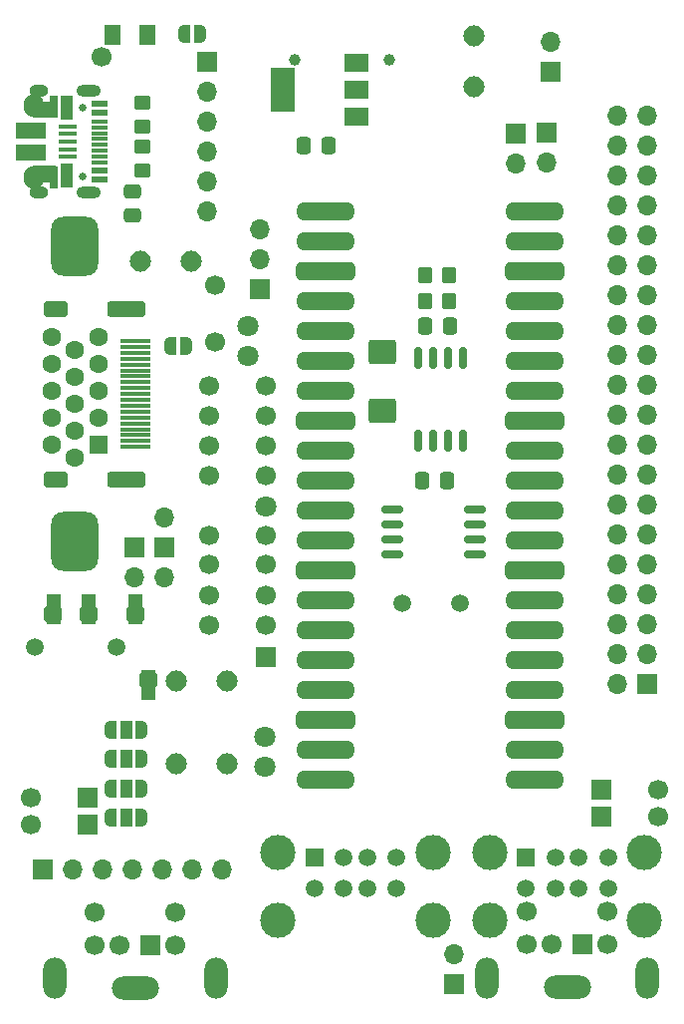
<source format=gts>
G04 #@! TF.GenerationSoftware,KiCad,Pcbnew,6.0.11-2627ca5db0~126~ubuntu20.04.1*
G04 #@! TF.CreationDate,2024-05-10T15:53:48+05:00*
G04 #@! TF.ProjectId,19RPI24,31395250-4932-4342-9e6b-696361645f70,rev?*
G04 #@! TF.SameCoordinates,Original*
G04 #@! TF.FileFunction,Soldermask,Top*
G04 #@! TF.FilePolarity,Negative*
%FSLAX46Y46*%
G04 Gerber Fmt 4.6, Leading zero omitted, Abs format (unit mm)*
G04 Created by KiCad (PCBNEW 6.0.11-2627ca5db0~126~ubuntu20.04.1) date 2024-05-10 15:53:48*
%MOMM*%
%LPD*%
G01*
G04 APERTURE LIST*
G04 Aperture macros list*
%AMRoundRect*
0 Rectangle with rounded corners*
0 $1 Rounding radius*
0 $2 $3 $4 $5 $6 $7 $8 $9 X,Y pos of 4 corners*
0 Add a 4 corners polygon primitive as box body*
4,1,4,$2,$3,$4,$5,$6,$7,$8,$9,$2,$3,0*
0 Add four circle primitives for the rounded corners*
1,1,$1+$1,$2,$3*
1,1,$1+$1,$4,$5*
1,1,$1+$1,$6,$7*
1,1,$1+$1,$8,$9*
0 Add four rect primitives between the rounded corners*
20,1,$1+$1,$2,$3,$4,$5,0*
20,1,$1+$1,$4,$5,$6,$7,0*
20,1,$1+$1,$6,$7,$8,$9,0*
20,1,$1+$1,$8,$9,$2,$3,0*%
%AMOutline4P*
0 Free polygon, 4 corners , with rotation*
0 The origin of the aperture is its center*
0 number of corners: always 4*
0 $1 to $8 corner X, Y*
0 $9 Rotation angle, in degrees counterclockwise*
0 create outline with 4 corners*
4,1,4,$1,$2,$3,$4,$5,$6,$7,$8,$1,$2,$9*%
%AMFreePoly0*
4,1,22,0.500000,-0.750000,0.000000,-0.750000,0.000000,-0.745033,-0.079941,-0.743568,-0.215256,-0.701293,-0.333266,-0.622738,-0.424486,-0.514219,-0.481581,-0.384460,-0.499164,-0.250000,-0.500000,-0.250000,-0.500000,0.250000,-0.499164,0.250000,-0.499963,0.256109,-0.478152,0.396186,-0.417904,0.524511,-0.324060,0.630769,-0.204165,0.706417,-0.067858,0.745374,0.000000,0.744959,0.000000,0.750000,
0.500000,0.750000,0.500000,-0.750000,0.500000,-0.750000,$1*%
%AMFreePoly1*
4,1,20,0.000000,0.744959,0.073905,0.744508,0.209726,0.703889,0.328688,0.626782,0.421226,0.519385,0.479903,0.390333,0.500000,0.250000,0.500000,-0.250000,0.499851,-0.262216,0.476331,-0.402017,0.414519,-0.529596,0.319384,-0.634700,0.198574,-0.708877,0.061801,-0.746166,0.000000,-0.745033,0.000000,-0.750000,-0.500000,-0.750000,-0.500000,0.750000,0.000000,0.750000,0.000000,0.744959,
0.000000,0.744959,$1*%
%AMFreePoly2*
4,1,22,0.550000,-0.750000,0.000000,-0.750000,0.000000,-0.745033,-0.079941,-0.743568,-0.215256,-0.701293,-0.333266,-0.622738,-0.424486,-0.514219,-0.481581,-0.384460,-0.499164,-0.250000,-0.500000,-0.250000,-0.500000,0.250000,-0.499164,0.250000,-0.499963,0.256109,-0.478152,0.396186,-0.417904,0.524511,-0.324060,0.630769,-0.204165,0.706417,-0.067858,0.745374,0.000000,0.744959,0.000000,0.750000,
0.550000,0.750000,0.550000,-0.750000,0.550000,-0.750000,$1*%
%AMFreePoly3*
4,1,20,0.000000,0.744959,0.073905,0.744508,0.209726,0.703889,0.328688,0.626782,0.421226,0.519385,0.479903,0.390333,0.500000,0.250000,0.500000,-0.250000,0.499851,-0.262216,0.476331,-0.402017,0.414519,-0.529596,0.319384,-0.634700,0.198574,-0.708877,0.061801,-0.746166,0.000000,-0.745033,0.000000,-0.750000,-0.550000,-0.750000,-0.550000,0.750000,0.000000,0.750000,0.000000,0.744959,
0.000000,0.744959,$1*%
%AMFreePoly4*
4,1,31,0.278115,0.855951,0.450000,0.779423,0.602218,0.668830,0.728115,0.529007,0.822191,0.366063,0.880333,0.187121,0.900000,0.000000,0.880333,-0.187121,0.822191,-0.366063,0.728115,-0.529007,0.602218,-0.668830,0.450000,-0.779423,0.278115,-0.855951,0.094076,-0.895070,-0.094076,-0.895070,-0.278115,-0.855951,-0.450000,-0.779423,-0.602218,-0.668830,-0.728115,-0.529007,-0.822191,-0.366063,
-0.880333,-0.187121,-0.900000,0.000000,-0.880333,0.187121,-0.822191,0.366063,-0.728115,0.529007,-0.602218,0.668830,-0.450000,0.779423,-0.278115,0.855951,-0.094076,0.895070,0.094076,0.895070,0.278115,0.855951,0.278115,0.855951,$1*%
G04 Aperture macros list end*
%ADD10RoundRect,0.250000X-0.337500X-0.475000X0.337500X-0.475000X0.337500X0.475000X-0.337500X0.475000X0*%
%ADD11R,1.500000X1.500000*%
%ADD12C,1.500000*%
%ADD13C,3.000000*%
%ADD14RoundRect,0.250000X0.337500X0.475000X-0.337500X0.475000X-0.337500X-0.475000X0.337500X-0.475000X0*%
%ADD15R,1.700000X1.700000*%
%ADD16O,1.700000X1.700000*%
%ADD17R,2.600000X0.300000*%
%ADD18RoundRect,0.350000X-1.300000X0.350000X-1.300000X-0.350000X1.300000X-0.350000X1.300000X0.350000X0*%
%ADD19RoundRect,0.350000X-0.700000X0.350000X-0.700000X-0.350000X0.700000X-0.350000X0.700000X0.350000X0*%
%ADD20RoundRect,0.250000X-0.475000X0.337500X-0.475000X-0.337500X0.475000X-0.337500X0.475000X0.337500X0*%
%ADD21R,2.000000X1.500000*%
%ADD22R,2.000000X3.800000*%
%ADD23C,1.700000*%
%ADD24O,2.000000X3.500000*%
%ADD25O,4.000000X2.000000*%
%ADD26R,1.200000X2.500000*%
%ADD27RoundRect,0.350000X-0.450000X-0.350000X0.450000X-0.350000X0.450000X0.350000X-0.450000X0.350000X0*%
%ADD28RoundRect,0.250000X-0.350000X-0.450000X0.350000X-0.450000X0.350000X0.450000X-0.350000X0.450000X0*%
%ADD29C,1.800000*%
%ADD30RoundRect,0.250001X-0.462499X-0.624999X0.462499X-0.624999X0.462499X0.624999X-0.462499X0.624999X0*%
%ADD31RoundRect,0.250000X-0.450000X0.350000X-0.450000X-0.350000X0.450000X-0.350000X0.450000X0.350000X0*%
%ADD32RoundRect,0.250000X-0.925000X0.787500X-0.925000X-0.787500X0.925000X-0.787500X0.925000X0.787500X0*%
%ADD33RoundRect,0.250000X0.450000X-0.350000X0.450000X0.350000X-0.450000X0.350000X-0.450000X-0.350000X0*%
%ADD34C,0.650000*%
%ADD35R,1.450000X0.600000*%
%ADD36R,1.450000X0.300000*%
%ADD37O,1.600000X1.000000*%
%ADD38O,2.100000X1.000000*%
%ADD39RoundRect,0.150000X0.150000X-0.800000X0.150000X0.800000X-0.150000X0.800000X-0.150000X-0.800000X0*%
%ADD40R,1.650000X0.400000*%
%ADD41R,1.825000X0.300000*%
%ADD42R,1.100000X2.000000*%
%ADD43O,1.700000X2.000000*%
%ADD44Outline4P,-0.675000X-0.675000X0.675000X-0.675000X0.675000X0.675000X-0.675000X0.675000X270.000000*%
%ADD45R,2.500000X1.430000*%
%ADD46O,1.100000X1.100000*%
%ADD47R,0.700000X1.825000*%
%ADD48FreePoly0,0.000000*%
%ADD49FreePoly1,0.000000*%
%ADD50RoundRect,1.000000X-1.000000X1.500000X-1.000000X-1.500000X1.000000X-1.500000X1.000000X1.500000X0*%
%ADD51R,1.600000X1.600000*%
%ADD52C,1.600000*%
%ADD53O,5.000000X1.600000*%
%ADD54RoundRect,0.400000X-2.100000X-0.400000X2.100000X-0.400000X2.100000X0.400000X-2.100000X0.400000X0*%
%ADD55RoundRect,0.150000X-0.800000X-0.150000X0.800000X-0.150000X0.800000X0.150000X-0.800000X0.150000X0*%
%ADD56FreePoly2,0.000000*%
%ADD57R,1.000000X1.500000*%
%ADD58FreePoly3,0.000000*%
%ADD59FreePoly4,180.000000*%
%ADD60C,1.000000*%
%ADD61FreePoly4,270.000000*%
G04 APERTURE END LIST*
D10*
X60430500Y-55245000D03*
X62505500Y-55245000D03*
D11*
X51000000Y-100320000D03*
D12*
X53500000Y-100320000D03*
X55500000Y-100320000D03*
X58000000Y-100320000D03*
X51000000Y-102940000D03*
X53500000Y-102940000D03*
X55500000Y-102940000D03*
X58000000Y-102940000D03*
D13*
X61070000Y-105650000D03*
X47930000Y-99970000D03*
X61070000Y-99970000D03*
X47930000Y-105650000D03*
D14*
X62251500Y-68326000D03*
X60176500Y-68326000D03*
D15*
X79275000Y-85600000D03*
D16*
X76735000Y-85600000D03*
X79275000Y-83060000D03*
X76735000Y-83060000D03*
X79275000Y-80520000D03*
X76735000Y-80520000D03*
X79275000Y-77980000D03*
X76735000Y-77980000D03*
X79275000Y-75440000D03*
X76735000Y-75440000D03*
X79275000Y-72900000D03*
X76735000Y-72900000D03*
X79275000Y-70360000D03*
X76735000Y-70360000D03*
X79275000Y-67820000D03*
X76735000Y-67820000D03*
X79275000Y-65280000D03*
X76735000Y-65280000D03*
X79275000Y-62740000D03*
X76735000Y-62740000D03*
X79275000Y-60200000D03*
X76735000Y-60200000D03*
X79275000Y-57660000D03*
X76735000Y-57660000D03*
X79275000Y-55120000D03*
X76735000Y-55120000D03*
X79275000Y-52580000D03*
X76735000Y-52580000D03*
X79275000Y-50040000D03*
X76735000Y-50040000D03*
X79275000Y-47500000D03*
X76735000Y-47500000D03*
X79275000Y-44960000D03*
X76735000Y-44960000D03*
X79275000Y-42420000D03*
X76735000Y-42420000D03*
X79275000Y-39880000D03*
X76735000Y-39880000D03*
X79275000Y-37340000D03*
X76735000Y-37340000D03*
D11*
X69000000Y-100320000D03*
D12*
X71500000Y-100320000D03*
X73500000Y-100320000D03*
X76000000Y-100320000D03*
X69000000Y-102940000D03*
X71500000Y-102940000D03*
X73500000Y-102940000D03*
X76000000Y-102940000D03*
D13*
X79070000Y-99970000D03*
X79070000Y-105650000D03*
X65930000Y-99970000D03*
X65930000Y-105650000D03*
D17*
X35760000Y-65500000D03*
X35760000Y-65000000D03*
X35760000Y-64500000D03*
X35760000Y-64000000D03*
X35760000Y-63500000D03*
X35760000Y-63000000D03*
X35760000Y-62500000D03*
X35760000Y-62000000D03*
X35760000Y-61500000D03*
X35760000Y-61000000D03*
X35760000Y-60500000D03*
X35760000Y-60000000D03*
X35760000Y-59500000D03*
X35760000Y-59000000D03*
X35760000Y-58500000D03*
X35760000Y-58000000D03*
X35760000Y-57500000D03*
X35760000Y-57000000D03*
X35760000Y-56500000D03*
D18*
X35000000Y-53750000D03*
D19*
X29040000Y-53750000D03*
X29040000Y-68250000D03*
D18*
X35000000Y-68250000D03*
D20*
X35560000Y-43768100D03*
X35560000Y-45843100D03*
D21*
X54585000Y-37479000D03*
X54585000Y-35179000D03*
D22*
X48285000Y-35179000D03*
D21*
X54585000Y-32879000D03*
D12*
X63373000Y-78740000D03*
X58493000Y-78740000D03*
D15*
X37060000Y-107775000D03*
D23*
X34460000Y-107775000D03*
D24*
X42610000Y-110625000D03*
X28910000Y-110625000D03*
D25*
X35760000Y-111425000D03*
D23*
X39160000Y-107775000D03*
X32360000Y-107775000D03*
X39160000Y-104975000D03*
X32360000Y-104975000D03*
D12*
X34225000Y-82500000D03*
X27225000Y-82500000D03*
D26*
X31825000Y-79250000D03*
D27*
X31796800Y-79706000D03*
D26*
X28825000Y-79250000D03*
D27*
X28799600Y-79706000D03*
D26*
X36925000Y-85750000D03*
D27*
X36927600Y-85294000D03*
X35810000Y-79706000D03*
D26*
X35825000Y-79250000D03*
D28*
X60468000Y-53071000D03*
X62468000Y-53071000D03*
D15*
X46355000Y-52055000D03*
D16*
X46355000Y-49515000D03*
X46355000Y-46975000D03*
D29*
X46863993Y-70532185D03*
D15*
X46863000Y-83312000D03*
D10*
X50143500Y-39878000D03*
X52218500Y-39878000D03*
D15*
X68115199Y-38851995D03*
D16*
X68115199Y-41391995D03*
D15*
X70739000Y-38832000D03*
D16*
X70739000Y-41372000D03*
D15*
X73800000Y-107735000D03*
D23*
X71200000Y-107735000D03*
X75900000Y-107735000D03*
D24*
X65650000Y-110585000D03*
D25*
X72500000Y-111385000D03*
D24*
X79350000Y-110585000D03*
D23*
X69100000Y-107735000D03*
X75900000Y-104935000D03*
X69100000Y-104935000D03*
D30*
X33840500Y-30480000D03*
X36815500Y-30480000D03*
D29*
X45339000Y-55240000D03*
X45339000Y-57780000D03*
D31*
X36400000Y-40000000D03*
X36400000Y-42000000D03*
D15*
X35687000Y-74036000D03*
D16*
X35687000Y-76576000D03*
D32*
X56782343Y-57471149D03*
X56782343Y-62396149D03*
D15*
X27893220Y-101414607D03*
D16*
X30433220Y-101414607D03*
X32973220Y-101414607D03*
X35513220Y-101414607D03*
X38053220Y-101414607D03*
X40593220Y-101414607D03*
X43133220Y-101414607D03*
D33*
X36400000Y-38300000D03*
X36400000Y-36300000D03*
D34*
X31265000Y-36710000D03*
X31265000Y-42490000D03*
D35*
X32710000Y-36375000D03*
X32710000Y-37150000D03*
D36*
X32710000Y-37850000D03*
X32710000Y-38350000D03*
X32710000Y-38850000D03*
X32710000Y-39350000D03*
X32710000Y-39850000D03*
X32710000Y-40350000D03*
X32710000Y-40850000D03*
X32710000Y-41350000D03*
D35*
X32710000Y-42050000D03*
X32710000Y-42825000D03*
D37*
X27615000Y-43920000D03*
X27615000Y-35280000D03*
D38*
X31795000Y-43920000D03*
X31795000Y-35280000D03*
D39*
X59817000Y-64968000D03*
X61087000Y-64968000D03*
X62357000Y-64968000D03*
X63627000Y-64968000D03*
X63627000Y-57968000D03*
X62357000Y-57968000D03*
X61087000Y-57968000D03*
X59817000Y-57968000D03*
D40*
X30065000Y-38275000D03*
X30065000Y-38925000D03*
X30065000Y-39575000D03*
X30065000Y-40225000D03*
X30065000Y-40875000D03*
D41*
X28102460Y-37401118D03*
D42*
X29951000Y-42475000D03*
D43*
X27157000Y-42648000D03*
D41*
X28069735Y-41792427D03*
D44*
X28427000Y-36845000D03*
D45*
X26915000Y-38615000D03*
D46*
X29976400Y-42013000D03*
D45*
X26915000Y-40535000D03*
D47*
X28865000Y-42575000D03*
D44*
X28427000Y-42325000D03*
D46*
X29976400Y-37161600D03*
D43*
X27185000Y-36552000D03*
D42*
X29976400Y-36729800D03*
D47*
X28865000Y-36625000D03*
D15*
X41883562Y-32801695D03*
D16*
X41883562Y-35341695D03*
X41883562Y-37881695D03*
X41883562Y-40421695D03*
X41883562Y-42961695D03*
X41883562Y-45501695D03*
D48*
X38780682Y-56940611D03*
D49*
X40080682Y-56940611D03*
D29*
X46805921Y-90104293D03*
X46805921Y-92644293D03*
D50*
X30600331Y-73485000D03*
X30600331Y-48485000D03*
D51*
X32650331Y-65300000D03*
D52*
X32650331Y-63010000D03*
X32650331Y-60720000D03*
X32650331Y-58430000D03*
X32650331Y-56140000D03*
X30670331Y-66445000D03*
X30670331Y-64155000D03*
X30670331Y-61865000D03*
X30670331Y-59575000D03*
X30670331Y-57285000D03*
X28690331Y-65300000D03*
X28690331Y-63010000D03*
X28690331Y-60720000D03*
X28690331Y-58430000D03*
X28690331Y-56140000D03*
D53*
X52000000Y-45470000D03*
X52000000Y-48010000D03*
D54*
X52000000Y-50550000D03*
D53*
X52000000Y-53090000D03*
X52000000Y-55630000D03*
X52000000Y-58170000D03*
X52000000Y-60710000D03*
D54*
X52000000Y-63250000D03*
D53*
X52000000Y-65790000D03*
X52000000Y-68330000D03*
X52000000Y-70870000D03*
X52000000Y-73410000D03*
D54*
X52000000Y-75950000D03*
D53*
X52000000Y-78490000D03*
X52000000Y-81030000D03*
X52000000Y-83570000D03*
X52000000Y-86110000D03*
D54*
X52000000Y-88650000D03*
D53*
X52000000Y-91190000D03*
X52000000Y-93730000D03*
X69780000Y-93730000D03*
X69780000Y-91190000D03*
D54*
X69780000Y-88650000D03*
D53*
X69780000Y-86110000D03*
X69780000Y-83570000D03*
X69780000Y-81030000D03*
X69780000Y-78490000D03*
D54*
X69780000Y-75950000D03*
D53*
X69780000Y-73410000D03*
X69780000Y-70870000D03*
X69780000Y-68330000D03*
X69780000Y-65790000D03*
D54*
X69780000Y-63250000D03*
D53*
X69780000Y-60710000D03*
X69780000Y-58170000D03*
X69780000Y-55630000D03*
X69780000Y-53090000D03*
D54*
X69780000Y-50550000D03*
D53*
X69780000Y-48010000D03*
X69780000Y-45470000D03*
D55*
X57623674Y-70842817D03*
X57623674Y-72112817D03*
X57623674Y-73382817D03*
X57623674Y-74652817D03*
X64623674Y-74652817D03*
X64623674Y-73382817D03*
X64623674Y-72112817D03*
X64623674Y-70842817D03*
D56*
X33700000Y-97000000D03*
D57*
X35000000Y-97000000D03*
D58*
X36300000Y-97000000D03*
D48*
X39968208Y-30429132D03*
D49*
X41268208Y-30429132D03*
D15*
X62865000Y-111125000D03*
D16*
X62865000Y-108585000D03*
X38227000Y-76566000D03*
D15*
X38227000Y-74026000D03*
D16*
X38227000Y-71486000D03*
D56*
X33714525Y-94486489D03*
D57*
X35014525Y-94486489D03*
D58*
X36314525Y-94486489D03*
D56*
X33700000Y-92000000D03*
D57*
X35000000Y-92000000D03*
D58*
X36300000Y-92000000D03*
D15*
X71120000Y-33660000D03*
D16*
X71120000Y-31120000D03*
D28*
X60468000Y-50927000D03*
X62468000Y-50927000D03*
D56*
X33699729Y-89494011D03*
D57*
X34999729Y-89494011D03*
D58*
X36299729Y-89494011D03*
D23*
X42037000Y-67925500D03*
X46863000Y-67925500D03*
D59*
X40557768Y-49740148D03*
X36239768Y-49740148D03*
D23*
X42037000Y-62845500D03*
X46863000Y-62845500D03*
X32893000Y-32385000D03*
D59*
X43566970Y-85337426D03*
X39248970Y-85337426D03*
D60*
X57346954Y-32622081D03*
X49346954Y-32622081D03*
D61*
X64609274Y-30616715D03*
X64609274Y-34934715D03*
D15*
X75438000Y-96901000D03*
D23*
X80264000Y-96901000D03*
X42037000Y-60305500D03*
X46863000Y-60305500D03*
X42037000Y-73005500D03*
X46863000Y-73005500D03*
D59*
X43596809Y-92374968D03*
X39278809Y-92374968D03*
D23*
X42037000Y-80625500D03*
X46863000Y-80625500D03*
X42545000Y-56615064D03*
X42545000Y-51789064D03*
X42037000Y-65385500D03*
X46863000Y-65385500D03*
X42037000Y-78085500D03*
X46863000Y-78085500D03*
D15*
X75438000Y-94615000D03*
D23*
X80264000Y-94615000D03*
D15*
X31713000Y-95250000D03*
D23*
X26887000Y-95250000D03*
X42037000Y-75505500D03*
X46863000Y-75505500D03*
D15*
X31719854Y-97573448D03*
D23*
X26893854Y-97573448D03*
M02*

</source>
